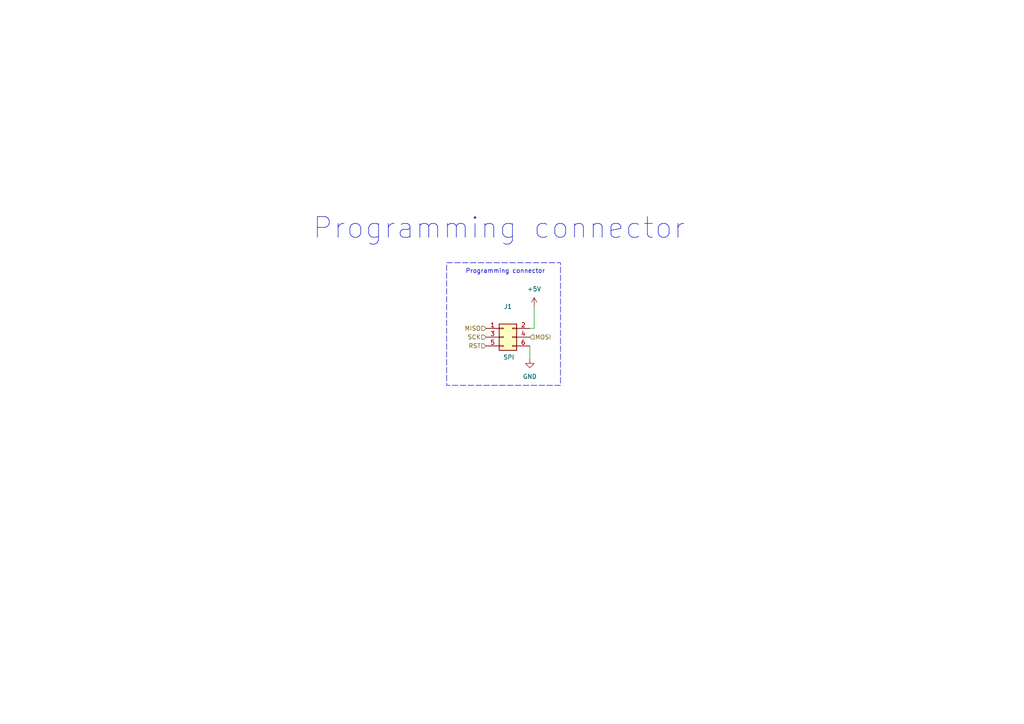
<source format=kicad_sch>
(kicad_sch (version 20231120) (generator "eeschema") (generator_version "8.0")
  (paper "A4")
  (lib_symbols
    (symbol "Connector_Generic:Conn_02x03_Odd_Even" (pin_names (offset 1.016) hide)
      (property "Reference" "J" (at 1.27 5.08 0))
      (property "Value" "Conn_02x03_Odd_Even" (at 1.27 -5.08 0))
      (symbol "Conn_02x03_Odd_Even_1_1"
        (rectangle (start -1.27 -2.413) (end 0 -2.667) (stroke (width 0.1524)))
        (rectangle (start -1.27 0.127) (end 0 -0.127) (stroke (width 0.1524)))
        (rectangle (start -1.27 2.667) (end 0 2.413) (stroke (width 0.1524)))
        (rectangle (start -1.27 3.81) (end 3.81 -3.81) (stroke (width 0.254)) (fill (type background)))
        (rectangle (start 3.81 -2.413) (end 2.54 -2.667) (stroke (width 0.1524)))
        (rectangle (start 3.81 0.127) (end 2.54 -0.127) (stroke (width 0.1524)))
        (rectangle (start 3.81 2.667) (end 2.54 2.413) (stroke (width 0.1524)))
        (pin passive line (at -5.08 2.54 0) (length 3.81) (name "Pin_1") (number "1"))
        (pin passive line (at 7.62 2.54 180) (length 3.81) (name "Pin_2") (number "2"))
        (pin passive line (at -5.08 0 0) (length 3.81) (name "Pin_3") (number "3"))
        (pin passive line (at 7.62 0 180) (length 3.81) (name "Pin_4") (number "4"))
        (pin passive line (at -5.08 -2.54 0) (length 3.81) (name "Pin_5") (number "5"))
        (pin passive line (at 7.62 -2.54 180) (length 3.81) (name "Pin_6") (number "6"))
      )
    )
    (symbol "power:+5V" (power) (pin_numbers hide) (pin_names (offset 0) hide)
      (property "Value" "+5V" (at 0 3.556 0))
      (symbol "+5V_0_1"
        (polyline (pts (xy -0.762 1.27) (xy 0 2.54)))
        (polyline (pts (xy 0 0) (xy 0 2.54)))
        (polyline (pts (xy 0 2.54) (xy 0.762 1.27)))
      )
      (symbol "+5V_1_1"
        (pin power_in line (at 0 0 90) (length 0) (name "~") (number "1"))
      )
    )
    (symbol "power:GND" (power) (pin_numbers hide) (pin_names (offset 0) hide)
      (property "Value" "GND" (at 0 -3.81 0))
      (symbol "GND_0_1"
        (polyline (pts (xy 0 0) (xy 0 -1.27) (xy 1.27 -1.27) (xy 0 -2.54) (xy -1.27 -1.27) (xy 0 -1.27)))
      )
      (symbol "GND_1_1"
        (pin power_in line (at 0 0 270) (length 0) (name "~") (number "1"))
      )
    )
  )
  (wire (pts (xy 153.67 95.25) (xy 154.94 95.25)))
  (wire (pts (xy 153.67 100.33) (xy 153.67 104.14)))
  (wire (pts (xy 154.94 95.25) (xy 154.94 88.9)))
  (rectangle (start 129.54 76.2) (end 162.56 111.76) (stroke (width 0) (type dash)))
  (text "Programming connector" (at 144.78 66.294 0) (effects (font (size 6 6))))
  (text "Programming connector" (at 146.558 78.74 0) (effects (font (size 1.27 1.27))))
  (hierarchical_label "MOSI" (shape input) (at 153.67 97.79 0))
  (hierarchical_label "SCK" (shape input) (at 140.97 97.79 180))
  (hierarchical_label "RST" (shape input) (at 140.97 100.33 180))
  (hierarchical_label "MISO" (shape input) (at 140.97 95.25 180))
  (symbol (lib_id "power:GND") (at 153.67 104.14 0) (unit 1)
    (property "Reference" "#PWR022" (effects (hide yes)))
    (property "Value" "GND" (at 153.67 109.22 0))
    (property "Description" "Power symbol creates a global label with name \"GND\" , ground" (effects (hide yes)))
  )
  (symbol (lib_id "power:+5V") (at 154.94 88.9 0) (unit 1)
    (property "Reference" "#PWR023" (effects (hide yes)))
    (property "Value" "+5V" (at 154.94 83.82 0))
    (property "Description" "Power symbol creates a global label with name \"+5V\"" (effects (hide yes)))
  )
  (symbol (lib_id "Connector_Generic:Conn_02x03_Odd_Even") (at 146.05 97.79 0) (unit 1)
    (property "Reference" "J1" (at 147.32 88.9 0))
    (property "Value" "SPI" (at 147.574 103.632 0))
    (property "Footprint" "Connector_PinHeader_2.54mm:PinHeader_2x03_P2.54mm_Vertical" (effects (hide yes)))
    (property "Description" "Generic connector, double row, 02x03, odd/even pin numbering scheme (row 1 odd numbers, row 2 even numbers), script generated (kicad-library-utils/schlib/autogen/connector/)" (effects (hide yes)))
  )
)
</source>
